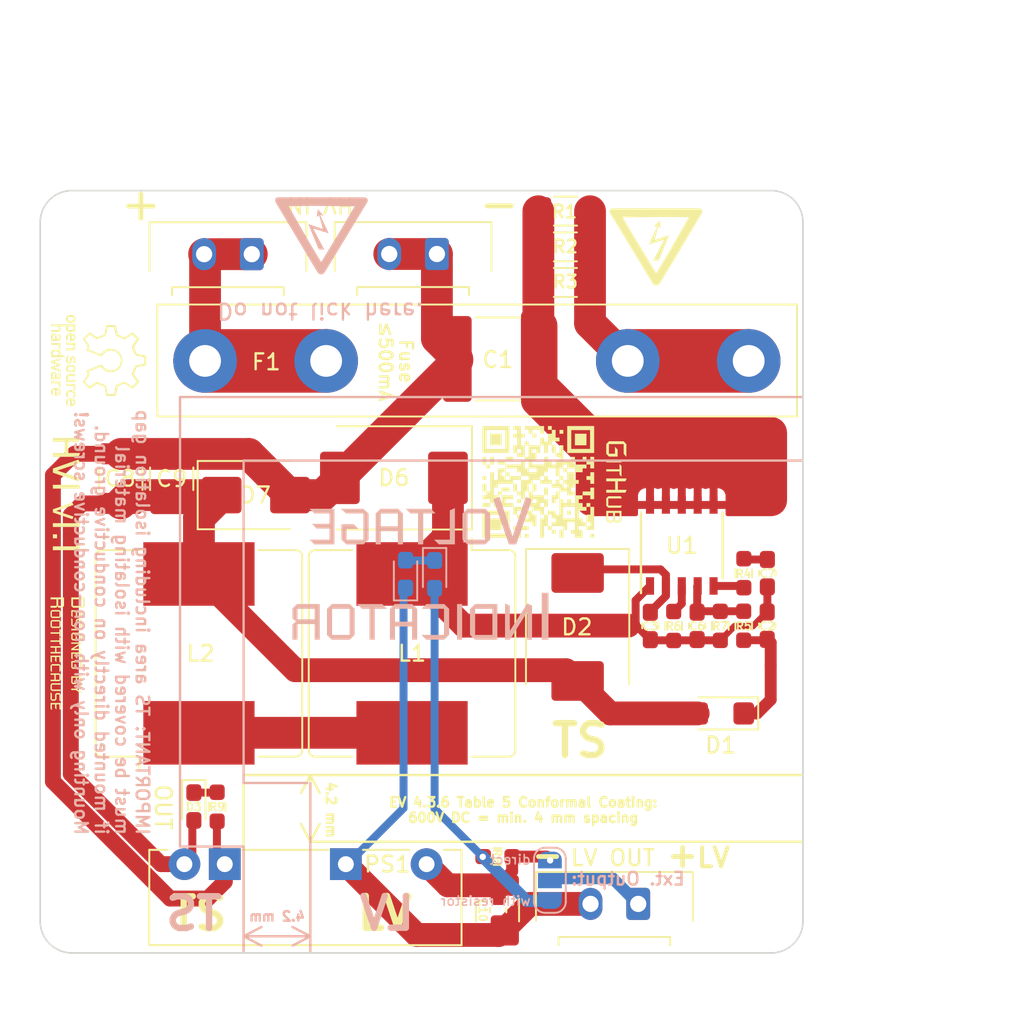
<source format=kicad_pcb>
(kicad_pcb (version 20240108) (generator "pcbnew") (generator_version "8.0")
  (layers (0 "F.Cu" signal) (31 "B.Cu" signal) (34 "B.Paste" user) (35 "F.Paste" user) (36 "B.SilkS" user "B.Silkscreen") (37 "F.SilkS" user "F.Silkscreen") (38 "B.Mask" user) (39 "F.Mask" user) (44 "Edge.Cuts" user))
  (net 0 "")
  (net 1 "Net-(D4-K)")
  (net 2 "Net-(C7-Pad1)")
  (net 3 "Net-(D2-K)")
  (net 4 "Net-(D3-K)")
  (net 5 "Net-(U1-FB)")
  (net 6 "Net-(J2-Pin_1)")
  (net 7 "Net-(D5-K)")
  (net 8 "Net-(D1-K)")
  (net 9 "Net-(D1-A)")
  (net 10 "Net-(D6-K)")
  (net 11 "Net-(F1-Pad2)")
  (net 12 "Net-(L1-Pad2)")
  (net 13 "Net-(U1-COMP)")
  (net 14 "Net-(U1-LIM)")
  (net 15 "Net-(J1-Pin_1)")
  (net 16 "Net-(D4-A)")
  (net 17 "Net-(JP1-A)")
  (net 18 "Net-(C1-Pad1)")
  (net 19 "Net-(D6-A)")
  (footprint "Connector_Molex:Molex_Micro-Fit_3.0_43650-0215_1x02_P3.00mm_Vertical" (layer "F.Cu") (at 107.632 104.913 180)
    (property "Reference" "J1" (hide yes))
    (property "Value" "Conn_01x02")
    (pad "" np_thru_hole circle (at -3 -1.96 180) (size 1.27 1.27) (drill 1.27) (layers "*.Cu" "*.Mask"))
    (pad "" np_thru_hole circle (at 6 -1.96 180) (size 1.27 1.27) (drill 1.27) (layers "*.Cu" "*.Mask"))
    (pad "1" thru_hole roundrect (at 0 0 180) (size 1.5 2.02) (drill 1.02) (layers "*.Cu" "*.Mask") (roundrect_rratio 0.1666673333) (net 15 "Net-(J1-Pin_1)"))
    (pad "2" thru_hole oval (at 3 0 180) (size 1.5 2.02) (drill 1.02) (layers "*.Cu" "*.Mask") (net 7 "Net-(D5-K)"))
  )
  (footprint "MountingHole:MountingHole_3.2mm_M3_DIN965" (layer "F.Cu") (at 115 63)
    (property "Reference" "MK2" (hide yes))
    (property "Value" "Mounting_Hole")
    (pad "" np_thru_hole circle (at 0 0) (size 3.2 3.2) (drill 3.2) (layers "*.Cu" "*.Mask"))
  )
  (footprint "MountingHole:MountingHole_3.2mm_M3_DIN965" (layer "F.Cu") (at 115 105)
    (property "Reference" "MK1" (hide yes))
    (property "Value" "Mounting_Hole")
    (pad "" np_thru_hole circle (at 0 0) (size 3.2 3.2) (drill 3.2) (layers "*.Cu" "*.Mask"))
  )
  (footprint "Connector_Molex:Molex_Micro-Fit_3.0_43650-0215_1x02_P3.00mm_Vertical" (layer "F.Cu") (at 83.315 64.005 180)
    (property "Reference" "J2" (hide yes))
    (property "Value" "Conn_01x02")
    (pad "" np_thru_hole circle (at -3 -1.96 180) (size 1.27 1.27) (drill 1.27) (layers "*.Cu" "*.Mask"))
    (pad "" np_thru_hole circle (at 6 -1.96 180) (size 1.27 1.27) (drill 1.27) (layers "*.Cu" "*.Mask"))
    (pad "1" thru_hole roundrect (at 0 0 180) (size 1.5 2.02) (drill 1.02) (layers "*.Cu" "*.Mask") (roundrect_rratio 0.1666673333) (net 6 "Net-(J2-Pin_1)"))
    (pad "2" thru_hole oval (at 3 0 180) (size 1.5 2.02) (drill 1.02) (layers "*.Cu" "*.Mask") (net 6 "Net-(J2-Pin_1)"))
  )
  (footprint "Resistor_SMD:R_0603_1608Metric_Pad0.98x0.95mm_HandSolder" (layer "F.Cu") (at 98.787 101.933 180)
    (property "Reference" "R8" (at 0.02 0.01 -90) (layer "F.SilkS") (effects (font (size 0.5 0.5) (thickness 0.1))))
    (property "Value" "150")
    (pad "1" smd roundrect (at -0.9125 0 180) (size 0.975 0.95) (layers "F.Cu" "F.Paste" "F.Mask") (net 17 "Net-(JP1-A)"))
    (pad "2" smd roundrect (at 0.9125 0 180) (size 0.975 0.95) (layers "F.Cu" "F.Paste" "F.Mask") (net 16 "Net-(D4-A)"))
  )
  (footprint "Resistor_SMD:R_0603_1608Metric_Pad0.98x0.95mm_HandSolder" (layer "F.Cu") (at 112.8 87.405 -90)
    (property "Reference" "R7" (at 0.025 0.02 0) (layer "F.SilkS") (effects (font (size 0.5 0.5) (thickness 0.1) (bold yes))))
    (property "Value" "10k")
    (pad "1" smd roundrect (at -0.9125 0 270) (size 0.975 0.95) (layers "F.Cu" "F.Paste" "F.Mask") (net 5 "Net-(U1-FB)"))
    (pad "2" smd roundrect (at 0.9125 0 270) (size 0.975 0.95) (layers "F.Cu" "F.Paste" "F.Mask") (net 10 "Net-(D6-K)"))
  )
  (footprint "Resistor_SMD:R_0603_1608Metric_Pad0.98x0.95mm_HandSolder" (layer "F.Cu") (at 109.865 87.415 -90)
    (property "Reference" "R6" (at 0.02 0.0125 0) (layer "F.SilkS") (effects (font (size 0.5 0.5) (thickness 0.1) (bold yes))))
    (property "Value" "-")
    (pad "1" smd roundrect (at -0.9125 0 270) (size 0.975 0.95) (layers "F.Cu" "F.Paste" "F.Mask") (net 14 "Net-(U1-LIM)"))
    (pad "2" smd roundrect (at 0.9125 0 270) (size 0.975 0.95) (layers "F.Cu" "F.Paste" "F.Mask") (net 10 "Net-(D6-K)"))
  )
  (footprint "DC-DC Footprint Lib:Fuseholder0,25Zoll_32mm_littlefuse_102_122" (layer "F.Cu") (at 80.375 70.725)
    (property "Reference" "F1" (at 3.85 0.07 0) (layer "F.SilkS"))
    (property "Value" "≤ 500 mA, solder Fuse Clips F1.1 and F1.2 and insert F1")
    (pad "1" thru_hole circle (at 0 0) (size 4 4) (drill 2) (layers "*.Cu" "*.Mask") (net 6 "Net-(J2-Pin_1)"))
    (pad "1" thru_hole circle (at 7.62 0) (size 4 4) (drill 2) (layers "*.Cu" "*.Mask") (net 6 "Net-(J2-Pin_1)"))
    (pad "2" thru_hole circle (at 26.6 0) (size 4 4) (drill 2) (layers "*.Cu" "*.Mask") (net 11 "Net-(F1-Pad2)"))
    (pad "2" thru_hole circle (at 34.21 0) (size 4 4) (drill 2) (layers "*.Cu" "*.Mask") (net 11 "Net-(F1-Pad2)"))
  )
  (footprint "Resistor_SMD:R_1206_3216Metric_Pad1.30x1.75mm_HandSolder" (layer "F.Cu") (at 103.055 61.295)
    (property "Reference" "R1" (at -0.06 0.03 180) (layer "F.SilkS") (effects (font (size 0.8 0.8))))
    (property "Value" "270")
    (pad "1" smd roundrect (at -1.55 0) (size 1.3 1.75) (layers "F.Cu" "F.Paste" "F.Mask") (roundrect_rratio 0.1923076923) (net 18 "Net-(C1-Pad1)"))
    (pad "2" smd roundrect (at 1.55 0) (size 1.3 1.75) (layers "F.Cu" "F.Paste" "F.Mask") (roundrect_rratio 0.1923076923) (net 11 "Net-(F1-Pad2)"))
  )
  (footprint "LOGO" (layer "F.Cu") (at 73.677778 70.69925 -90)
    (property "Reference" "G***" (hide yes))
    (property "Value" "LOGO" (hide yes))
  )
  (footprint "Inductor_SMD:L_Bourns_SRR1208_12.7x12.7mm" (layer "F.Cu") (at 79.99 89.14 90)
    (property "Reference" "L2" (at 0 0.1 180) (layer "F.SilkS"))
    (property "Value" "4.7 mH")
    (pad "1" smd rect (at -5 0 90) (size 4 7) (layers "F.Cu" "F.Paste" "F.Mask") (net 12 "Net-(L1-Pad2)"))
    (pad "2" smd rect (at 5 0 90) (size 4 7) (layers "F.Cu" "F.Paste" "F.Mask") (net 9 "Net-(D1-A)"))
  )
  (footprint "Capacitor_SMD:C_0603_1608Metric_Pad1.08x0.95mm_HandSolder" (layer "F.Cu") (at 108.395 87.415 -90)
    (property "Reference" "C3" (at 0.02 0 0) (layer "F.SilkS") (effects (font (size 0.5 0.5) (thickness 0.1) (bold yes))))
    (property "Value" "2.2µF")
    (pad "1" smd roundrect (at -0.8625 0 270) (size 1.075 0.95) (layers "F.Cu" "F.Paste" "F.Mask") (net 3 "Net-(D2-K)"))
    (pad "2" smd roundrect (at 0.8625 0 270) (size 1.075 0.95) (layers "F.Cu" "F.Paste" "F.Mask") (net 10 "Net-(D6-K)"))
  )
  (footprint "Capacitor_SMD:C_2220_5650Metric" (layer "F.Cu") (at 98.8 70.6 180)
    (property "Reference" "C1" (at 0 -0.05 0) (layer "F.SilkS"))
    (property "Value" "220n")
    (pad "1" smd roundrect (at -2.55 0 180) (size 1.8 5.4) (layers "F.Cu" "F.Paste" "F.Mask") (roundrect_rratio 0.1388888889) (net 18 "Net-(C1-Pad1)"))
    (pad "2" smd roundrect (at 2.55 0 180) (size 1.8 5.4) (layers "F.Cu" "F.Paste" "F.Mask") (roundrect_rratio 0.1388888889) (net 19 "Net-(D6-A)"))
  )
  (footprint "Diode_SMD:D_SMC" (layer "F.Cu") (at 92.26 78.09 180)
    (property "Reference" "D6" (at 0 0 0) (layer "F.SilkS"))
    (property "Value" "US3M-13")
    (pad "1" smd roundrect (at -3.4 0 270) (size 3.3 2.5) (layers "F.Cu" "F.Paste" "F.Mask") (roundrect_rratio 0.1) (net 10 "Net-(D6-K)"))
    (pad "2" smd roundrect (at 3.4 0 270) (size 3.3 2.5) (layers "F.Cu" "F.Paste" "F.Mask") (roundrect_rratio 0.1) (net 19 "Net-(D6-A)"))
  )
  (footprint "LOGO" (layer "F.Cu") (at 108.75 63.55 180)
    (property "Reference" "G***" (hide yes))
    (property "Value" "LOGO" (hide yes))
  )
  (footprint "Diode_SMD:D_SMC" (layer "F.Cu") (at 103.82 87.475 -90)
    (property "Reference" "D2" (at 0.005 0.045 180) (layer "F.SilkS"))
    (property "Value" "US3M-13")
    (pad "1" smd roundrect (at -3.4 0) (size 3.3 2.5) (layers "F.Cu" "F.Paste" "F.Mask") (roundrect_rratio 0.1) (net 3 "Net-(D2-K)"))
    (pad "2" smd roundrect (at 3.4 0) (size 3.3 2.5) (layers "F.Cu" "F.Paste" "F.Mask") (roundrect_rratio 0.1) (net 9 "Net-(D1-A)"))
  )
  (footprint "Resistor_SMD:R_1206_3216Metric_Pad1.30x1.75mm_HandSolder" (layer "F.Cu") (at 103.05 65.785)
    (property "Reference" "R3" (at 0 -0.045 0) (layer "F.SilkS") (effects (font (size 0.8 0.8))))
    (property "Value" "270")
    (pad "1" smd roundrect (at -1.55 0) (size 1.3 1.75) (layers "F.Cu" "F.Paste" "F.Mask") (roundrect_rratio 0.1923076923) (net 18 "Net-(C1-Pad1)"))
    (pad "2" smd roundrect (at 1.55 0) (size 1.3 1.75) (layers "F.Cu" "F.Paste" "F.Mask") (roundrect_rratio 0.1923076923) (net 11 "Net-(F1-Pad2)"))
  )
  (footprint "Package_SO:SSOP-10_3.9x4.9mm_P1.00mm" (layer "F.Cu") (at 110.375 82.345 90)
    (property "Reference" "U1" (at 0 0 180) (layer "F.SilkS"))
    (property "Value" "VIPER06-SSOP-10")
    (pad "1" smd rect (at -2.55 -2 90) (size 1.1 0.51) (layers "F.Cu" "F.Paste" "F.Mask") (net 10 "Net-(D6-K)"))
    (pad "2" smd rect (at -2.55 -1 90) (size 1.1 0.51) (layers "F.Cu" "F.Paste" "F.Mask") (net 3 "Net-(D2-K)"))
    (pad "3" smd rect (at -2.55 0 90) (size 1.1 0.51) (layers "F.Cu" "F.Paste" "F.Mask") (net 14 "Net-(U1-LIM)"))
    (pad "4" smd rect (at -2.55 1 90) (size 1.1 0.51) (layers "F.Cu" "F.Paste" "F.Mask") (net 5 "Net-(U1-FB)"))
    (pad "5" smd rect (at -2.55 2 90) (size 1.1 0.51) (layers "F.Cu" "F.Paste" "F.Mask") (net 13 "Net-(U1-COMP)"))
    (pad "6" smd rect (at 2.55 2 90) (size 1.1 0.51) (layers "F.Cu" "F.Paste" "F.Mask") (net 18 "Net-(C1-Pad1)"))
    (pad "7" smd rect (at 2.55 1 90) (size 1.1 0.51) (layers "F.Cu" "F.Paste" "F.Mask") (net 18 "Net-(C1-Pad1)"))
    (pad "8" smd rect (at 2.55 0 90) (size 1.1 0.51) (layers "F.Cu" "F.Paste" "F.Mask") (net 18 "Net-(C1-Pad1)"))
    (pad "9" smd rect (at 2.55 -1 90) (size 1.1 0.51) (layers "F.Cu" "F.Paste" "F.Mask") (net 18 "Net-(C1-Pad1)"))
    (pad "10" smd rect (at 2.55 -2 90) (size 1.1 0.51) (layers "F.Cu" "F.Paste" "F.Mask") (net 18 "Net-(C1-Pad1)"))
  )
  (footprint "Connector_Molex:Molex_Micro-Fit_3.0_43650-0215_1x02_P3.00mm_Vertical" (layer "F.Cu") (at 94.965 63.995 180)
    (property "Reference" "J3" (hide yes))
    (property "Value" "Conn_01x02")
    (pad "" np_thru_hole circle (at -3 -1.96 180) (size 1.27 1.27) (drill 1.27) (layers "*.Cu" "*.Mask"))
    (pad "" np_thru_hole circle (at 6 -1.96 180) (size 1.27 1.27) (drill 1.27) (layers "*.Cu" "*.Mask"))
    (pad "1" thru_hole roundrect (at 0 0 180) (size 1.5 2.02) (drill 1.02) (layers "*.Cu" "*.Mask") (roundrect_rratio 0.1666673333) (net 19 "Net-(D6-A)"))
    (pad "2" thru_hole oval (at 3 0 180) (size 1.5 2.02) (drill 1.02) (layers "*.Cu" "*.Mask") (net 19 "Net-(D6-A)"))
  )
  (footprint "Inductor_SMD:L_Bourns_SRR1208_12.7x12.7mm" (layer "F.Cu") (at 93.4 89.14 -90)
    (property "Reference" "L1" (at 0 0 0) (layer "F.SilkS"))
    (property "Value" "4.7 mH")
    (pad "1" smd rect (at -5 0 270) (size 4 7) (layers "F.Cu" "F.Paste" "F.Mask") (net 10 "Net-(D6-K)"))
    (pad "2" smd rect (at 5 0 270) (size 4 7) (layers "F.Cu" "F.Paste" "F.Mask") (net 12 "Net-(L1-Pad2)"))
  )
  (footprint "LOGO" (layer "F.Cu") (at 106.275 78.325 -90)
    (property "Reference" "G***" (hide yes))
    (property "Value" "LOGO" (hide yes))
  )
  (footprint "Capacitor_SMD:C_0603_1608Metric_Pad1.08x0.95mm_HandSolder" (layer "F.Cu") (at 98.825 105.305 -90)
    (property "Reference" "C10" (at 0 0.97 -90) (layer "F.SilkS") (effects (font (size 0.5 0.5) (thickness 0.1) (bold yes))))
    (property "Value" "10µF")
    (pad "1" smd roundrect (at -0.8625 0 270) (size 1.075 0.95) (layers "F.Cu" "F.Paste" "F.Mask") (net 17 "Net-(JP1-A)"))
    (pad "2" smd roundrect (at 0.8625 0 270) (size 1.075 0.95) (layers "F.Cu" "F.Paste" "F.Mask") (net 7 "Net-(D5-K)"))
  )
  (footprint "Converter_DCDC:CONV_PEME1-S5-S5-S" (layer "F.Cu") (at 79.075 102.41)
    (property "Reference" "PS1" (at 12.7665 0.006 180) (layer "F.SilkS"))
    (property "Value" "PEME1-S12-S5-S")
    (pad "1" thru_hole circle (at 0 0) (size 2 2) (drill 1) (layers "*.Cu" "*.Mask") (net 9 "Net-(D1-A)"))
    (pad "2" thru_hole rect (at 2.54 0) (size 2 2) (drill 1) (layers "*.Cu" "*.Mask") (net 19 "Net-(D6-A)"))
    (pad "5" thru_hole rect (at 10.16 0) (size 2 2) (drill 1) (layers "*.Cu" "*.Mask") (net 7 "Net-(D5-K)"))
    (pad "7" thru_hole circle (at 15.24 0) (size 2 2) (drill 1) (layers "*.Cu" "*.Mask") (net 17 "Net-(JP1-A)"))
  )
  (footprint "LOGO" (layer "F.Cu") (at 71.646623 89.612043 -90)
    (property "Reference" "G***" (hide yes))
    (property "Value" "LOGO" (hide yes))
  )
  (footprint "Resistor_SMD:R_1206_3216Metric_Pad1.30x1.75mm_HandSolder" (layer "F.Cu") (at 103.05 63.545)
    (property "Reference" "R2" (at 0 -0.02 0) (layer "F.SilkS") (effects (font (size 0.8 0.8))))
    (property "Value" "270")
    (pad "1" smd roundrect (at -1.55 0) (size 1.3 1.75) (layers "F.Cu" "F.Paste" "F.Mask") (roundrect_rratio 0.1923076923) (net 18 "Net-(C1-Pad1)"))
    (pad "2" smd roundrect (at 1.55 0) (size 1.3 1.75) (layers "F.Cu" "F.Paste" "F.Mask") (roundrect_rratio 0.1923076923) (net 11 "Net-(F1-Pad2)"))
  )
  (footprint "Resistor_SMD:R_0603_1608Metric_Pad0.98x0.95mm_HandSolder" (layer "F.Cu") (at 114.27 87.4 -90)
    (property "Reference" "R5" (at 0.03 -0.005 180) (layer "F.SilkS") (effects (font (size 0.5 0.5) (thickness 0.1) (bold yes))))
    (property "Value" "27k")
    (pad "1" smd roundrect (at -0.9125 0 270) (size 0.975 0.95) (layers "F.Cu" "F.Paste" "F.Mask") (net 5 "Net-(U1-FB)"))
    (pad "2" smd roundrect (at 0.9125 0 270) (size 0.975 0.95) (layers "F.Cu" "F.Paste" "F.Mask") (net 8 "Net-(D1-K)"))
  )
  (footprint "Resistor_SMD:R_0603_1608Metric_Pad0.98x0.95mm_HandSolder" (layer "F.Cu") (at 114.28 84.09 90)
    (property "Reference" "R4" (at -0.045 -0.025 180) (layer "F.SilkS") (effects (font (size 0.5 0.5) (thickness 0.1) (bold yes))))
    (property "Value" "1k")
    (pad "1" smd roundrect (at -0.9125 0 90) (size 0.975 0.95) (layers "F.Cu" "F.Paste" "F.Mask") (net 13 "Net-(U1-COMP)"))
    (pad "2" smd roundrect (at 0.9125 0 90) (size 0.975 0.95) (layers "F.Cu" "F.Paste" "F.Mask") (net 2 "Net-(C7-Pad1)"))
  )
  (footprint "Capacitor_SMD:C_1210_3225Metric_Pad1.33x2.70mm_HandSolder" (layer "F.Cu") (at 78.275 78.145 90)
    (property "Reference" "C9" (at 0 0 180) (layer "F.SilkS"))
    (property "Value" "47µF")
    (pad "1" smd roundrect (at -1.5625 0 90) (size 1.325 2.7) (layers "F.Cu" "F.Paste" "F.Mask") (roundrect_rratio 0.1886792453) (net 9 "Net-(D1-A)"))
    (pad "2" smd roundrect (at 1.5625 0 90) (size 1.325 2.7) (layers "F.Cu" "F.Paste" "F.Mask") (roundrect_rratio 0.1886792453) (net 19 "Net-(D6-A)"))
  )
  (footprint "Diode_SMD:D_SMF" (layer "F.Cu") (at 112.824 92.92 180)
    (property "Reference" "D1" (at 0 -2 180) (layer "F.SilkS"))
    (property "Value" "VS-E7FX0212-M3/I")
    (pad "1" smd roundrect (at -1.45 0 180) (size 1.3 1.4) (layers "F.Cu" "F.Paste" "F.Mask") (roundrect_rratio 0.1923076923) (net 8 "Net-(D1-K)"))
    (pad "2" smd roundrect (at 1.45 0 180) (size 1.3 1.4) (layers "F.Cu" "F.Paste" "F.Mask") (roundrect_rratio 0.1923076923) (net 9 "Net-(D1-A)"))
  )
  (footprint "Capacitor_SMD:C_0603_1608Metric_Pad1.08x0.95mm_HandSolder" (layer "F.Cu") (at 115.75 87.395 90)
    (property "Reference" "C2" (at -0.03 0.005 180) (layer "F.SilkS") (effects (font (size 0.5 0.5) (thickness 0.1) (bold yes))))
    (property "Value" "100nF")
    (pad "1" smd roundrect (at -0.8625 0 90) (size 1.075 0.95) (layers "F.Cu" "F.Paste" "F.Mask") (net 8 "Net-(D1-K)"))
    (pad "2" smd roundrect (at 0.8625 0 90) (size 1.075 0.95) (layers "F.Cu" "F.Paste" "F.Mask") (net 10 "Net-(D6-K)"))
  )
  (footprint "MountingHole:MountingHole_3.2mm_M3_DIN965" (layer "F.Cu") (at 73 63)
    (property "Reference" "MK3" (hide yes))
    (property "Value" "Mounting_Hole")
    (pad "" np_thru_hole circle (at 0 0) (size 3.2 3.2) (drill 3.2) (layers "*.Cu" "*.Mask"))
  )
  (footprint "Capacitor_SMD:C_1210_3225Metric_Pad1.33x2.70mm_HandSolder" (layer "F.Cu") (at 75.075 78.135 90)
    (property "Reference" "C8" (at 0.01 -0.04 180) (layer "F.SilkS"))
    (property "Value" "47µF")
    (pad "1" smd roundrect (at -1.5625 0 90) (size 1.325 2.7) (layers "F.Cu" "F.Paste" "F.Mask") (roundrect_rratio 0.1886792453) (net 9 "Net-(D1-A)"))
    (pad "2" smd roundrect (at 1.5625 0 90) (size 1.325 2.7) (layers "F.Cu" "F.Paste" "F.Mask") (roundrect_rratio 0.1886792453) (net 19 "Net-(D6-A)"))
  )
  (footprint "MountingHole:MountingHole_3.2mm_M3_DIN965" (layer "F.Cu") (at 73 105)
    (property "Reference" "MK4" (hide yes))
    (property "Value" "Mounting_Hole")
    (pad "" np_thru_hole circle (at 0 0) (size 3.2 3.2) (drill 3.2) (layers "*.Cu" "*.Mask"))
  )
  (footprint "Capacitor_SMD:C_0603_1608Metric_Pad1.08x0.95mm_HandSolder" (layer "F.Cu") (at 115.76 84.09 -90)
    (property "Reference" "C7" (at 0.02 -0.005 180) (layer "F.SilkS") (effects (font (size 0.5 0.5) (thickness 0.1) (bold yes))))
    (property "Value" "22nF")
    (pad "1" smd roundrect (at -0.8625 0 270) (size 1.075 0.95) (layers "F.Cu" "F.Paste" "F.Mask") (net 2 "Net-(C7-Pad1)"))
    (pad "2" smd roundrect (at 0.8625 0 270) (size 1.075 0.95) (layers "F.Cu" "F.Paste" "F.Mask") (net 10 "Net-(D6-K)"))
  )
  (footprint "Diode_SMD:D_SMB" (layer "F.Cu") (at 83.57 79.175)
    (property "Reference" "D7" (at -0.03 0 180) (layer "F.SilkS"))
    (property "Value" "P6SMB13A")
    (pad "1" smd roundrect (at -2.15 0) (size 2.5 2.3) (layers "F.Cu" "F.Paste" "F.Mask") (roundrect_rratio 0.1086956522) (net 9 "Net-(D1-A)"))
    (pad "2" smd roundrect (at 2.15 0) (size 2.5 2.3) (layers "F.Cu" "F.Paste" "F.Mask") (roundrect_rratio 0.1086956522) (net 19 "Net-(D6-A)"))
  )
  (footprint "Resistor_SMD:R_0603_1608Metric_Pad0.98x0.95mm_HandSolder" (layer "F.Cu") (at 81.135 98.795 90)
    (property "Reference" "R9" (at -0.01 -0.005 0) (layer "F.SilkS") (effects (font (size 0.5 0.5) (thickness 0.1))))
    (property "Value" "4k7")
    (pad "1" smd roundrect (at -0.9125 0 90) (size 0.975 0.95) (layers "F.Cu" "F.Paste" "F.Mask") (net 19 "Net-(D6-A)"))
    (pad "2" smd roundrect (at 0.9125 0 90) (size 0.975 0.95) (layers "F.Cu" "F.Paste" "F.Mask") (net 4 "Net-(D3-K)"))
  )
  (footprint "Capacitor_SMD:C_0603_1608Metric_Pad1.08x0.95mm_HandSolder" (layer "F.Cu") (at 111.34 87.405 -90)
    (property "Reference" "C6" (at 0.02 0 180) (layer "F.SilkS") (effects (font (size 0.5 0.5) (thickness 0.1) (bold yes))))
    (property "Value" "100nF")
    (pad "1" smd roundrect (at -0.8625 0 270) (size 1.075 0.95) (layers "F.Cu" "F.Paste" "F.Mask") (net 5 "Net-(U1-FB)"))
    (pad "2" smd roundrect (at 0.8625 0 270) (size 1.075 0.95) (layers "F.Cu" "F.Paste" "F.Mask") (net 10 "Net-(D6-K)"))
  )
  (footprint "Capacitor_SMD:C_1210_3225Metric_Pad1.33x2.70mm_HandSolder" (layer "F.Cu") (at 98.775 105.305 -90)
    (property "Reference" "C11" (hide yes))
    (property "Value" "47µF")
    (pad "1" smd roundrect (at -1.5625 0 270) (size 1.325 2.7) (layers "F.Cu" "F.Paste" "F.Mask") (roundrect_rratio 0.1886792453) (net 17 "Net-(JP1-A)"))
    (pad "2" smd roundrect (at 1.5625 0 270) (size 1.325 2.7) (layers "F.Cu" "F.Paste" "F.Mask") (roundrect_rratio 0.1886792453) (net 7 "Net-(D5-K)"))
  )
  (footprint "LED_SMD:LED_0603_1608Metric_Pad1.05x0.95mm_HandSolder" (layer "F.Cu") (at 79.67 98.78 -90)
    (property "Reference" "D3" (at 0.025 0.01 0) (layer "F.SilkS") (effects (font (size 0.5 0.5) (thickness 0.1))))
    (property "Value" "LED")
    (pad "1" smd roundrect (at -0.875 0 270) (size 1.05 0.95) (layers "F.Cu" "F.Paste" "F.Mask") (net 4 "Net-(D3-K)"))
    (pad "2" smd roundrect (at 0.875 0 270) (size 1.05 0.95) (layers "F.Cu" "F.Paste" "F.Mask") (net 9 "Net-(D1-A)"))
  )
  (footprint "LOGO" (layer "F.Cu") (at 101.345259 78.34)
    (property "Reference" "G***" (hide yes))
    (property "Value" "LOGO" (hide yes))
  )
  (footprint "LOGO" (layer "F.Cu") (at 71.669986 80.012458 -90)
    (property "Reference" "G***" (hide yes))
    (property "Value" "LOGO" (hide yes))
  )
  (footprint "LOGO" (layer "B.Cu") (at 93.65 80.75 180)
    (property "Reference" "G***" (hide yes))
    (property "Value" "LOGO" (hide yes))
  )
  (footprint "Jumper:SolderJumper-3_P1.3mm_Open_RoundedPad1.0x1.5mm_NumberLabels" (layer "B.Cu") (at 102.075 103.425 -90)
    (property "Reference" "JP1" (hide yes))
    (property "Value" "SolderJumper_3_Open")
    (fp_text user "with resistor" (at 1.3 4.05 180) (layer "B.SilkS") (effects (font (size 0.6 0.6) (thickness 0.1) (bold yes)) (justify mirror)))
    (fp_text user "direct" (at -1.3 2.5 180) (layer "B.SilkS") (effects (font (size 0.6 0.6) (thickness 0.1) (bold yes)) (justify mirror)))
    (pad "1" smd custom (at -1.3 0 270) (size 1 0.5) (layers "B.Cu" "B.Mask") (net 17 "Net-(JP1-A)") (options (clearance outline) (anchor rect)) (primitives (gr_circle (center 0 -0.25) (end 0.5 -0.25) (width 0) (fill yes)) (gr_circle (center 0 0.25) (end 0.5 0.25) (width 0) (fill yes)) (gr_poly (pts (xy 0.55 -0.75) (xy 0 -0.75) (xy 0 0.75) (xy 0.55 0.75)) (width 0) (fill yes))))
    (pad "2" smd rect (at 0 0 270) (size 1 1.5) (layers "B.Cu" "B.Mask") (net 15 "Net-(J1-Pin_1)"))
    (pad "3" smd custom (at 1.3 0 270) (size 1 0.5) (layers "B.Cu" "B.Mask") (net 16 "Net-(D4-A)") (options (clearance outline) (anchor rect)) (primitives (gr_circle (center 0 -0.25) (end 0.5 -0.25) (width 0) (fill yes)) (gr_circle (center 0 0.25) (end 0.5 0.25) (width 0) (fill yes)) (gr_poly (pts (xy 0 -0.75) (xy -0.55 -0.75) (xy -0.55 0.75) (xy 0 0.75)) (width 0) (fill yes))))
  )
  (footprint "LED_SMD:LED_0603_1608Metric_Pad1.05x0.95mm_HandSolder" (layer "B.Cu") (at 94.82 84.165 -90)
    (property "Reference" "D4" (hide yes))
    (property "Value" "LED")
    (pad "1" smd roundrect (at -0.875 0 270) (size 1.05 0.95) (layers "B.Cu" "B.Paste" "B.Mask") (net 1 "Net-(D4-K)"))
    (pad "2" smd roundrect (at 0.875 0 270) (size 1.05 0.95) (layers "B.Cu" "B.Paste" "B.Mask") (net 16 "Net-(D4-A)"))
  )
  (footprint "LED_SMD:LED_0603_1608Metric_Pad1.05x0.95mm_HandSolder" (layer "B.Cu") (at 92.99 84.145 90)
    (property "Reference" "D5" (hide yes))
    (property "Value" "LED")
    (pad "1" smd roundrect (at -0.875 0 90) (size 1.05 0.95) (layers "B.Cu" "B.Paste" "B.Mask") (net 7 "Net-(D5-K)"))
    (pad "2" smd roundrect (at 0.875 0 90) (size 1.05 0.95) (layers "B.Cu" "B.Paste" "B.Mask") (net 1 "Net-(D4-K)"))
  )
  (footprint "LOGO" (layer "B.Cu") (at 94.05 86.75 180)
    (property "Reference" "G***" (hide yes))
    (property "Value" "LOGO" (hide yes))
  )
  (footprint "LOGO" (layer "B.Cu") (at 87.7 62.85)
    (property "Reference" "G***" (hide yes))
    (property "Value" "LOGO" (hide yes))
  )
  (gr_line (start 86.8 97.3) (end 82.8 97.3) (stroke (width 0.15)) (layer "B.SilkS"))
  (gr_line (start 82.8 77) (end 117.92 77) (stroke (width 0.15)) (layer "B.SilkS"))
  (gr_line (start 82.8 101.3) (end 78.8 101.3) (stroke (width 0.15)) (layer "B.SilkS"))
  (gr_line (start 82.8 77) (end 82.8 97.3) (stroke (width 0.15)) (layer "B.SilkS"))
  (gr_line (start 78.8 73) (end 78.8 101.3) (stroke (width 0.15)) (layer "B.SilkS"))
  (gr_line (start 82.8 107.92) (end 82.8 101.3) (stroke (width 0.15)) (layer "B.SilkS"))
  (gr_line (start 87 107.92) (end 87 97.3) (stroke (width 0.15)) (layer "B.SilkS"))
  (gr_line (start 78.8 73) (end 117.92 73) (stroke (width 0.15)) (layer "B.SilkS"))
  (gr_line (start 82.8 107.92) (end 82.8 96.8) (stroke (width 0.15)) (layer "F.SilkS"))
  (gr_line (start 87 101) (end 87 107.92) (stroke (width 0.15)) (layer "F.SilkS"))
  (gr_line (start 117.92 101) (end 87 101) (stroke (width 0.15)) (layer "F.SilkS"))
  (gr_line (start 82.8 96.8) (end 117.92 96.8) (stroke (width 0.15)) (layer "F.SilkS"))
  (gr_arc (start 118 106) (mid 117.414214 107.414214) (end 116 108) (stroke (width 0.1)) (layer "Edge.Cuts"))
  (gr_arc (start 70 62) (mid 70.585786 60.585786) (end 72 60) (stroke (width 0.1)) (layer "Edge.Cuts"))
  (gr_line (start 72 108) (end 116 108) (stroke (width 0.1)) (layer "Edge.Cuts"))
  (gr_line (start 70 62) (end 70 106) (stroke (width 0.1)) (layer "Edge.Cuts"))
  (gr_line (start 118 106) (end 118 62) (stroke (width 0.1)) (layer "Edge.Cuts"))
  (gr_line (start 72 60) (end 116 60) (stroke (width 0.1)) (layer "Edge.Cuts"))
  (gr_arc (start 116 60) (mid 117.414214 60.585786) (end 118 62) (stroke (width 0.1)) (layer "Edge.Cuts"))
  (gr_arc (start 72 108) (mid 70.585786 107.414214) (end 70 106) (stroke (width 0.1)) (layer "Edge.Cuts"))
  (gr_text "LV" (at 93.75 106.675 0) (layer "B.SilkS") (effects (font (size 2 2) (thickness 0.4) (bold yes)) (justify left bottom mirror)))
  (gr_text "Do not lick here." (at 81.05 66.993928 180) (layer "B.SilkS") (effects (font (size 1 1)) (justify left bottom mirror)))
  (gr_text "Ext. Output:" (at 110.645 103.802087 0) (layer "B.SilkS") (effects (font (size 0.8 0.8)) (justify left bottom mirror)))
  (gr_text "IMPORTANT: TS area including isolation gap \nmust be covered with isolating material \nif mounted directly on conductive ground.\nMounting only with non-conductive screws!" (at 72.1 100.65 270) (layer "B.SilkS") (effects (font (size 0.8 0.8) (thickness 0.15) (bold yes)) (justify left bottom mirror)))
  (gr_text "TS" (at 81.649428 106.69483 0) (layer "B.SilkS") (effects (font (size 2 2) (thickness 0.4) (bold yes)) (justify left bottom mirror)))
  (gr_text "+" (at 109.3 102.7 0) (layer "F.SilkS") (effects (font (size 1.5 1.5) (thickness 0.3)) (justify left bottom)))
  (gr_text "OUT" (at 77.15 97.3 270) (layer "F.SilkS") (effects (font (size 1 1)) (justify left bottom)))
  (gr_text "+" (at 74.9 62 0) (layer "F.SilkS") (effects (font (size 2 2) (thickness 0.3)) (justify left bottom)))
  (gr_text "-" (at 100.8 102.7 0) (layer "F.SilkS") (effects (font (size 1.5 1.5) (thickness 0.3)) (justify left bottom)))
  (gr_text "EV 4.3.6 Table 5 Conformal Coating:\n600V DC = min. 4 mm spacing" (at 100.4 99 0) (layer "F.SilkS") (effects (font (size 0.6 0.6))))
  (gr_text "Fuse\n≤500mA" (at 91.265 70.75 270) (layer "F.SilkS") (effects (font (size 0.8 0.8) (thickness 0.15) (bold yes)) (justify bottom)))
  (gr_text "HV IN" (at 89.81 60.32 180) (layer "F.SilkS") (effects (font (size 1 1)) (justify left bottom)))
  (gr_text "LV OUT" (at 103.3 102.6 0) (layer "F.SilkS") (effects (font (size 1 1)) (justify left bottom)))
  (gr_text "LV" (at 89.75 106.674999 0) (layer "F.SilkS") (effects (font (size 2 2) (thickness 0.4) (bold yes)) (justify left bottom)))
  (gr_text "LV" (at 111.2 102.7 0) (layer "F.SilkS") (effects (font (size 1.2 1.2) (thickness 0.25) (bold yes)) (justify left bottom)))
  (gr_text "TS" (at 102 95.8 0) (layer "F.SilkS") (effects (font (size 2 2) (thickness 0.4) (bold yes)) (justify left bottom)))
  (gr_text "-" (at 97.45 61.985 0) (layer "F.SilkS") (effects (font (size 2 2) (thickness 0.3)) (justify left bottom)))
  (gr_text "TS" (at 78.006631 106.7 0) (layer "F.SilkS") (effects (font (size 2 2) (thickness 0.4) (bold yes)) (justify left bottom)))
  (dimension (type aligned) (layer "B.SilkS") (pts (xy 87 106.95) (xy 82.8 106.95)) (height 0) (gr_text "4.2 mm" (at 84.9 105.7 0) (layer "B.SilkS") (effects (font (size 0.6 0.6) (thickness 0.15)) (justify mirror))) (format (prefix "") (suffix "") (units 3) (units_format 1) (precision 1)) (style (thickness 0.15) (arrow_length 1.27) (text_position_mode 2) (extension_height 0.58642) (extension_offset 0.5) keep_text_aligned))
  (dimension (type aligned) (layer "F.SilkS") (pts (xy 87 96.8) (xy 87 101)) (height 0) (gr_text "4.2 mm" (at 88.3 99 270) (layer "F.SilkS") (effects (font (size 0.6 0.6) (thickness 0.15)))) (format (prefix "") (suffix "") (units 3) (units_format 1) (precision 1)) (style (thickness 0.15) (arrow_length 1.27) (text_position_mode 2) (extension_height 0.58642) (extension_offset 0.5)))
  (segment (start 94.82 83.29) (end 93.01 83.29) (width 0.5) (layer "B.Cu") (net 1))
  (segment (start 93.01 83.29) (end 92.99 83.27) (width 0.5) (layer "B.Cu") (net 1))
  (segment (start 114.33 83.2275) (end 114.28 83.1775) (width 0.5) (layer "F.Cu") (net 2))
  (segment (start 115.76 83.2275) (end 114.33 83.2275) (width 0.5) (layer "F.Cu") (net 2))
  (segment (start 109.375 84.19) (end 109.035 83.85) (width 0.5) (layer "F.Cu") (net 3))
  (segment (start 109.375 85.526146) (end 109.375 84.895) (width 0.5) (layer "F.Cu") (net 3))
  (segment (start 108.395 86.506146) (end 109.375 85.526146) (width 0.5) (layer "F.Cu") (net 3))
  (segment (start 104.05 83.85) (end 103.8 84.1) (width 0.5) (layer "F.Cu") (net 3))
  (segment (start 109.375 84.895) (end 109.375 84.19) (width 0.5) (layer "F.Cu") (net 3))
  (segment (start 108.395 86.5525) (end 108.395 86.506146) (width 0.5) (layer "F.Cu") (net 3))
  (segment (start 109.035 83.85) (end 104.05 83.85) (width 0.5) (layer "F.Cu") (net 3))
  (segment (start 81.12 97.905) (end 79.5875 97.905) (width 0.5) (layer "F.Cu") (net 4))
  (segment (start 79.5875 97.905) (end 79.575 97.8925) (width 0.5) (layer "F.Cu") (net 4))
  (segment (start 114.27 86.4875) (end 111.4 86.4875) (width 0.5) (layer "F.Cu") (net 5))
  (segment (start 111.345 84.925) (end 111.375 84.895) (width 0.5) (layer "F.Cu") (net 5))
  (segment (start 111.345 86.5425) (end 111.345 84.925) (width 0.5) (layer "F.Cu") (net 5))
  (segment (start 111.4 86.4875) (end 111.345 86.5425) (width 0.5) (layer "F.Cu") (net 5))
  (segment (start 80.375 70.725) (end 80.375 64.065) (width 2) (layer "F.Cu") (net 6))
  (segment (start 80.315 70.665) (end 80.375 70.725) (width 2) (layer "F.Cu") (net 6))
  (segment (start 80.375 70.725) (end 87.995 70.725) (width 4) (layer "F.Cu") (net 6))
  (segment (start 80.315 64.005) (end 83.315 64.005) (width 2) (layer "F.Cu") (net 6))
  (segment (start 100.820984 104.913) (end 98.866484 106.8675) (width 1.5) (layer "F.Cu") (net 7))
  (segment (start 89.235 102.41) (end 93.6925 106.8675) (width 1.5) (layer "F.Cu") (net 7))
  (segment (start 98.866484 106.8675) (end 98.775 106.8675) (width 1.5) (layer "F.Cu") (net 7))
  (segment (start 93.6925 106.8675) (end 98.825 106.8675) (width 1.5) (layer "F.Cu") (net 7))
  (segment (start 104.632 104.913) (end 100.820984 104.913) (width 1.5) (layer "F.Cu") (net 7))
  (segment (start 89.34 102.41) (end 89.235 102.41) (width 0.5) (layer "B.Cu") (net 7))
  (segment (start 92.865 85.145) (end 92.865 98.885) (width 0.5) (layer "B.Cu") (net 7))
  (segment (start 92.99 85.02) (end 92.865 85.145) (width 0.5) (layer "B.Cu") (net 7))
  (segment (start 92.865 98.885) (end 89.34 102.41) (width 0.5) (layer "B.Cu") (net 7))
  (segment (start 115.97 92.056) (end 115.106 92.92) (width 0.75) (layer "F.Cu") (net 8))
  (segment (start 115.97 89.916) (end 115.97 88.4675) (width 0.75) (layer "F.Cu") (net 8))
  (segment (start 115.97 88.4675) (end 115.75 88.2475) (width 0.75) (layer "F.Cu") (net 8))
  (segment (start 114.27 88.3125) (end 115.685 88.3125) (width 0.5) (layer "F.Cu") (net 8))
  (segment (start 115.685 88.3125) (end 115.75 88.2475) (width 0.5) (layer "F.Cu") (net 8))
  (segment (start 115.97 89.916) (end 115.97 92.056) (width 0.75) (layer "F.Cu") (net 8))
  (segment (start 115.106 92.92) (end 114.274 92.92) (width 0.75) (layer "F.Cu") (net 8))
  (segment (start 81.42 79.175) (end 75.5975 79.175) (width 2) (layer "F.Cu") (net 9))
  (segment (start 79.575 101.91) (end 79.075 102.41) (width 0.5) (layer "F.Cu") (net 9))
  (segment (start 72.6525 79.6975) (end 75.075 79.6975) (width 1) (layer "F.Cu") (net 9))
  (segment (start 103.1 90.2) (end 103.9 91) (width 1.5) (layer "F.Cu") (net 9))
  (segment (start 105.865 92.92) (end 103.82 90.875) (width 1.5) (layer "F.Cu") (net 9))
  (segment (start 79.99 84.14) (end 86.05 90.2) (width 1.5) (layer "F.Cu") (net 9))
  (segment (start 75.5975 79.175) (end 75.075 79.6975) (width 2) (layer "F.Cu") (net 9))
  (segment (start 79.99 84.14) (end 79.99 80.605) (width 2) (layer "F.Cu") (net 9))
  (segment (start 77.603818 102.41) (end 71.927 96.733182) (width 1) (layer "F.Cu") (net 9))
  (segment (start 71.927 80.423) (end 72.6525 79.6975) (width 1) (layer "F.Cu") (net 9))
  (segment (start 79.075 102.41) (end 77.603818 102.41) (width 1) (layer "F.Cu") (net 9))
  (segment (start 86.05 90.2) (end 103.1 90.2) (width 1.5) (layer "F.Cu") (net 9))
  (segment (start 71.927 96.733182) (end 71.927 80.423) (width 1) (layer "F.Cu") (net 9))
  (segment (start 111.374 92.92) (end 105.865 92.92) (width 1.5) (layer "F.Cu") (net 9))
  (segment (start 79.575 99.7175) (end 79.575 101.91) (width 0.5) (layer "F.Cu") (net 9))
  (segment (start 79.99 80.605) (end 81.42 79.175) (width 2) (layer "F.Cu") (net 9))
  (segment (start 112.8 88.3175) (end 113.6925 87.425) (width 0.4) (layer "F.Cu") (net 10))
  (segment (start 96.65048 87.39048) (end 93.4 84.14) (width 1.5) (layer "F.Cu") (net 10))
  (segment (start 112.8 88.3175) (end 108.435 88.3175) (width 0.5) (layer "F.Cu") (net 10))
  (segment (start 95.66 78.09) (end 95.66 81.88) (width 2) (layer "F.Cu") (net 10))
  (segment (start 95.66 81.88) (end 93.4 84.14) (width 2) (layer "F.Cu") (net 10))
  (segment (start 96.65048 87.39048) (end 107.00952 87.39048) (width 1.5) (layer "F.Cu") (net 10))
  (segment (start 114.8475 87.425) (end 115.75 86.5225) (width 0.4) (layer "F.Cu") (net 10))
  (segment (start 108.395 88.2775) (end 107.47 87.3525) (width 0.5) (layer "F.Cu") (net 10))
  (segment (start 115.76 86.5125) (end 115.75 86.5225) (width 0.5) (layer "F.Cu") (net 10))
  (segment (start 107.47 85.8) (end 108.375 84.895) (width 0.5) (layer "F.Cu") (net 10))
  (segment (start 108.435 88.3175) (end 108.395 88.2775) (width 0.5) (layer "F.Cu") (net 10))
  (segment (start 113.6925 87.425) (end 114.8475 87.425) (width 0.4) (layer "F.Cu") (net 10))
  (segment (start 107.47 87.3525) (end 107.47 85.8) (width 0.5) (layer "F.Cu") (net 10))
  (segment (start 115.76 84.9525) (end 115.76 86.5125) (width 0.5) (layer "F.Cu") (net 10))
  (segment (start 114.585 70.725) (end 106.975 70.725) (width 4) (layer "F.Cu") (net 11))
  (segment (start 104.6 68.35) (end 106.975 70.725) (width 2) (layer "F.Cu") (net 11))
  (segment (start 104.6 68.35) (end 104.6 61.3) (width 2) (layer "F.Cu") (net 11))
  (segment (start 93.4 94.14) (end 79.99 94.14) (width 2) (layer "F.Cu") (net 12))
  (segment (start 114.1725 84.895) (end 114.28 85.0025) (width 0.5) (layer "F.Cu") (net 13))
  (segment (start 112.375 84.895) (end 114.1725 84.895) (width 0.5) (layer "F.Cu") (net 13))
  (segment (start 109.885 86.5025) (end 110.375 86.0125) (width 0.5) (layer "F.Cu") (net 14))
  (segment (start 110.375 86.0125) (end 110.375 84.895) (width 0.5) (layer "F.Cu") (net 14))
  (segment (start 106.019 103.3) (end 107.632 104.913) (width 0.75) (layer "B.Cu") (net 15))
  (segment (start 102.2 103.3) (end 106.019 103.3) (width 0.75) (layer "B.Cu") (net 15))
  (via (at 97.85 101.95) (size 0.8) (drill 0.4) (layers "F.Cu" "B.Cu") (net 16))
  (segment (start 94.82 98.92) (end 97.85 101.95) (width 0.5) (layer "B.Cu") (net 16))
  (segment (start 94.82 85.04) (end 94.82 98.92) (width 0.5) (layer "B.Cu") (net 16))
  (segment (start 100.625 104.725) (end 97.85 101.95) (width 0.75) (layer "B.Cu") (net 16))
  (segment (start 102.075 104.725) (end 100.625 104.725) (width 0.75) (layer "B.Cu") (net 16))
  (segment (start 99.6995 102.868) (end 98.825 103.7425) (width 0.75) (layer "F.Cu") (net 17))
  (segment (start 99.6995 101.933) (end 101.853 101.933) (width 0.75) (layer "F.Cu") (net 17))
  (segment (start 101.853 101.933) (end 102.09 102.17) (width 0.75) (layer "F.Cu") (net 17))
  (segment (start 98.825 103.7425) (end 95.6475 103.7425) (width 1.5) (layer "F.Cu") (net 17))
  (segment (start 95.6475 103.7425) (end 94.315 102.41) (width 1.5) (layer "F.Cu") (net 17))
  (segment (start 99.6995 101.933) (end 99.6995 102.868) (width 0.75) (layer "F.Cu") (net 17))
  (via (at 102.09 102.17) (size 0.8) (drill 0.4) (layers "F.Cu" "B.Cu") (net 17))
  (segment (start 101.35 70.6) (end 101.35 61.3) (width 2) (layer "F.Cu") (net 18))
  (segment (start 85.72 79.175) (end 83.1275 76.5825) (width 2) (layer "F.Cu") (net 19))
  (segment (start 96.25 70.6) (end 94.965 69.315) (width 2) (layer "F.Cu") (net 19))
  (segment (start 80.55 104.575) (end 81.615 103.51) (width 1) (layer "F.Cu") (net 19))
  (segment (start 75.075 76.5725) (end 72.1525 76.5725) (width 1) (layer "F.Cu") (net 19))
  (segment (start 96.25 70.7) (end 88.86 78.09) (width 2) (layer "F.Cu") (net 19))
  (segment (start 81.615 102.41) (end 81.6 102.425) (width 1) (layer "F.Cu") (net 19))
  (segment (start 81.12 99.655) (end 81.12 101.915) (width 0.5) (layer "F.Cu") (net 19))
  (segment (start 81.12 101.915) (end 81.615 102.41) (width 0.5) (layer "F.Cu") (net 19))
  (segment (start 83.1275 76.5825) (end 75.075 76.5825) (width 2) (layer "F.Cu") (net 19))
  (segment (start 87.775 79.175) (end 88.86 78.09) (width 2) (layer "F.Cu") (net 19))
  (segment (start 70.8 97.2) (end 78.175 104.575) (width 1) (layer "F.Cu") (net 19))
  (segment (start 85.72 79.175) (end 87.775 79.175) (width 2) (layer "F.Cu") (net 19))
  (segment (start 78.175 104.575) (end 80.55 104.575) (width 1) (layer "F.Cu") (net 19))
  (segment (start 70.8 77.925) (end 70.8 97.2) (width 1) (layer "F.Cu") (net 19))
  (segment (start 72.1525 76.5725) (end 70.8 77.925) (width 1) (layer "F.Cu") (net 19))
  (segment (start 94.965 69.315) (end 94.965 63.995) (width 2) (layer "F.Cu") (net 19))
  (segment (start 94.965 63.995) (end 91.965 63.995) (width 2) (layer "F.Cu") (net 19))
  (segment (start 81.615 103.51) (end 81.615 102.41) (width 1) (layer "F.Cu") (net 19))
  (zone (net 18) (net_name "Net-(C1-Pad1)") (layer "F.Cu") (connect_pads (clearance 0.5)) (min_thickness 0.25) (fill yes (thermal_gap 0.5) (thermal_bridge_width 0.5) (smoothing fillet) (radius 1))
    (polygon (pts (xy 103.7 77.1) (xy 103.7 80.5) (xy 117 80.5) (xy 117 74.25) (xy 104.95 74.25) (xy 102.55 71.85) (xy 102.55 67.5) (xy 100.5 67.5) (xy 100.25 67.75) (xy 100.25 73.632485)))
  )
)
</source>
